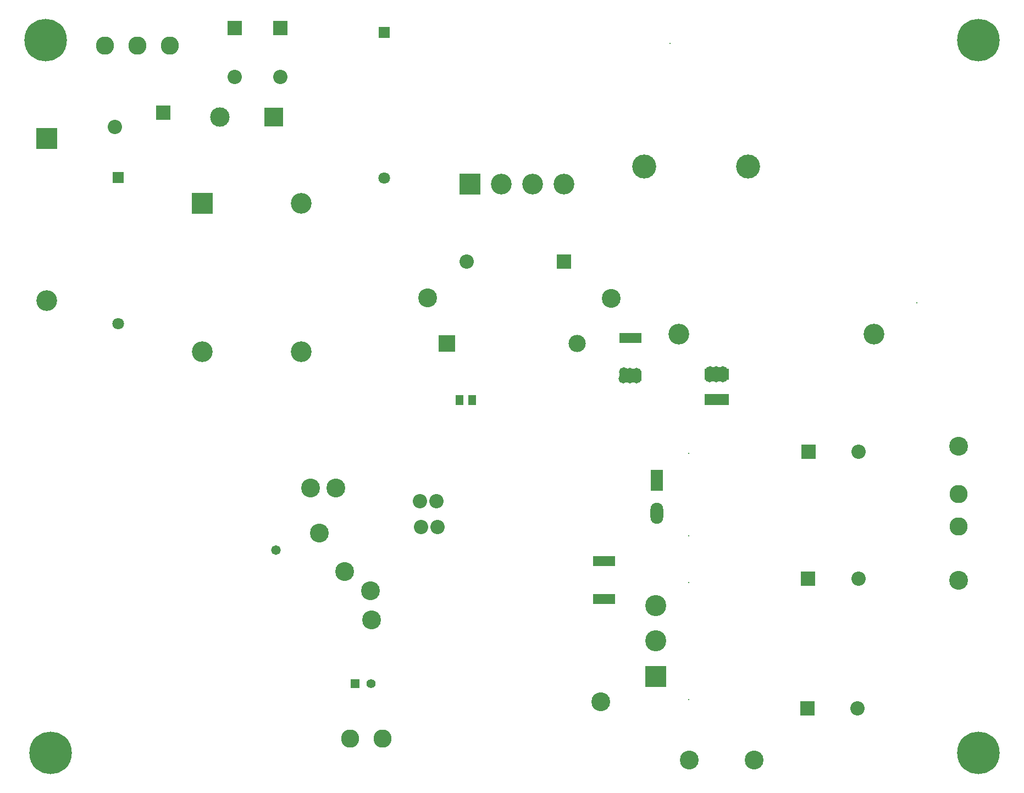
<source format=gts>
G04 Layer_Color=8388736*
%FSLAX24Y24*%
%MOIN*%
G70*
G01*
G75*
%ADD98R,0.1379X0.0612*%
%ADD99R,0.0474X0.0631*%
%ADD100R,0.1458X0.0710*%
%ADD101C,0.0867*%
%ADD102C,0.1143*%
%ADD103C,0.1261*%
%ADD104R,0.0867X0.0867*%
%ADD105C,0.1182*%
%ADD106R,0.1182X0.1182*%
%ADD107C,0.1277*%
%ADD108R,0.1277X0.1277*%
%ADD109C,0.1458*%
%ADD110R,0.1261X0.1261*%
%ADD111C,0.0080*%
%ADD112R,0.0777X0.1280*%
%ADD113O,0.0777X0.1280*%
%ADD114C,0.1104*%
%ADD115R,0.0552X0.0552*%
%ADD116C,0.0552*%
%ADD117R,0.0867X0.0867*%
%ADD118R,0.0710X0.0710*%
%ADD119C,0.0710*%
%ADD120R,0.1261X0.1261*%
%ADD121C,0.1045*%
%ADD122R,0.1045X0.1045*%
%ADD123C,0.2580*%
%ADD124C,0.0580*%
D98*
X67700Y58761D02*
D03*
Y56458D02*
D03*
X66104Y42939D02*
D03*
Y45243D02*
D03*
D99*
X58080Y55011D02*
D03*
X57332D02*
D03*
D100*
X72930Y55016D02*
D03*
Y56551D02*
D03*
D101*
X55944Y48856D02*
D03*
X54944D02*
D03*
X55980Y47293D02*
D03*
X54980D02*
D03*
X36417Y71575D02*
D03*
X81473Y36287D02*
D03*
X81520Y44162D02*
D03*
X81544Y51872D02*
D03*
X46457Y74606D02*
D03*
X43701D02*
D03*
X57756Y63386D02*
D03*
D102*
X49831Y49674D02*
D03*
X87609Y52204D02*
D03*
X48308Y49674D02*
D03*
X71260Y33169D02*
D03*
X75197D02*
D03*
X65901Y36709D02*
D03*
X50351Y44582D02*
D03*
X51937Y43432D02*
D03*
X51988Y41652D02*
D03*
X66534Y61161D02*
D03*
X55412Y61211D02*
D03*
X87609Y44075D02*
D03*
X48840Y46946D02*
D03*
D103*
X70642Y58993D02*
D03*
X82453D02*
D03*
X41732Y57929D02*
D03*
X47732D02*
D03*
Y66929D02*
D03*
X32283Y61024D02*
D03*
X63677Y68110D02*
D03*
X59874D02*
D03*
X61776D02*
D03*
D104*
X39370Y72441D02*
D03*
X78422Y36287D02*
D03*
X78469Y44162D02*
D03*
X78492Y51872D02*
D03*
X63661Y63386D02*
D03*
D105*
X42783Y72157D02*
D03*
D106*
X46063D02*
D03*
D107*
X69223Y42521D02*
D03*
Y40383D02*
D03*
D108*
Y38245D02*
D03*
D109*
X74832Y69162D02*
D03*
X68533D02*
D03*
D110*
X41732Y66929D02*
D03*
X32283Y70866D02*
D03*
D111*
X71221Y51777D02*
D03*
Y46777D02*
D03*
Y43942D02*
D03*
Y36816D02*
D03*
X70108Y76642D02*
D03*
X85069Y60894D02*
D03*
D112*
X69300Y50130D02*
D03*
D113*
Y48130D02*
D03*
D114*
X87589Y49285D02*
D03*
Y47316D02*
D03*
X52657Y34449D02*
D03*
X50689D02*
D03*
X39764Y76487D02*
D03*
X37795D02*
D03*
X35827D02*
D03*
D115*
X50984Y37795D02*
D03*
D116*
X51968D02*
D03*
D117*
X46457Y77559D02*
D03*
X43701D02*
D03*
D118*
X36614Y68504D02*
D03*
X52756Y77309D02*
D03*
D119*
X36614Y59646D02*
D03*
X52756Y68451D02*
D03*
D120*
X57972Y68110D02*
D03*
D121*
X64449Y58425D02*
D03*
D122*
X56575D02*
D03*
D123*
X88800Y76822D02*
D03*
X32232Y76822D02*
D03*
X88800Y33600D02*
D03*
X32531D02*
D03*
D124*
X73310Y56379D02*
D03*
Y56753D02*
D03*
X72890Y56379D02*
D03*
X72509D02*
D03*
X72890Y56774D02*
D03*
X72514Y56778D02*
D03*
X67283Y56685D02*
D03*
X67659Y56680D02*
D03*
X67278Y56285D02*
D03*
X67659D02*
D03*
X68079Y56660D02*
D03*
Y56285D02*
D03*
X46206Y45882D02*
D03*
M02*

</source>
